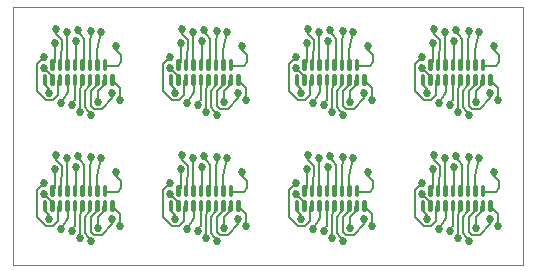
<source format=gtl>
G75*
%MOIN*%
%OFA0B0*%
%FSLAX25Y25*%
%IPPOS*%
%LPD*%
%AMOC8*
5,1,8,0,0,1.08239X$1,22.5*
%
%ADD10C,0.00000*%
%ADD11C,0.01350*%
%ADD12C,0.00600*%
%ADD13C,0.02700*%
D10*
X0001000Y0001000D02*
X0171000Y0001000D01*
X0171000Y0087000D01*
X0001000Y0087000D01*
X0001000Y0001000D01*
D11*
X0011625Y0019175D02*
X0011625Y0021825D01*
X0011775Y0021825D01*
X0011775Y0019175D01*
X0011625Y0019175D01*
X0011625Y0020524D02*
X0011775Y0020524D01*
X0014125Y0021825D02*
X0014125Y0019175D01*
X0014125Y0021825D02*
X0014275Y0021825D01*
X0014275Y0019175D01*
X0014125Y0019175D01*
X0014125Y0020524D02*
X0014275Y0020524D01*
X0016625Y0021825D02*
X0016625Y0019175D01*
X0016625Y0021825D02*
X0016775Y0021825D01*
X0016775Y0019175D01*
X0016625Y0019175D01*
X0016625Y0020524D02*
X0016775Y0020524D01*
X0019125Y0021825D02*
X0019125Y0019175D01*
X0019125Y0021825D02*
X0019275Y0021825D01*
X0019275Y0019175D01*
X0019125Y0019175D01*
X0019125Y0020524D02*
X0019275Y0020524D01*
X0021625Y0021825D02*
X0021625Y0019175D01*
X0021625Y0021825D02*
X0021775Y0021825D01*
X0021775Y0019175D01*
X0021625Y0019175D01*
X0021625Y0020524D02*
X0021775Y0020524D01*
X0024125Y0021825D02*
X0024125Y0019175D01*
X0024125Y0021825D02*
X0024275Y0021825D01*
X0024275Y0019175D01*
X0024125Y0019175D01*
X0024125Y0020524D02*
X0024275Y0020524D01*
X0026625Y0021825D02*
X0026625Y0019175D01*
X0026625Y0021825D02*
X0026775Y0021825D01*
X0026775Y0019175D01*
X0026625Y0019175D01*
X0026625Y0020524D02*
X0026775Y0020524D01*
X0029125Y0021825D02*
X0029125Y0019175D01*
X0029125Y0021825D02*
X0029275Y0021825D01*
X0029275Y0019175D01*
X0029125Y0019175D01*
X0029125Y0020524D02*
X0029275Y0020524D01*
X0031625Y0021825D02*
X0031625Y0019175D01*
X0031625Y0021825D02*
X0031775Y0021825D01*
X0031775Y0019175D01*
X0031625Y0019175D01*
X0031625Y0020524D02*
X0031775Y0020524D01*
X0034125Y0021825D02*
X0034125Y0019175D01*
X0034125Y0021825D02*
X0034275Y0021825D01*
X0034275Y0019175D01*
X0034125Y0019175D01*
X0034125Y0020524D02*
X0034275Y0020524D01*
X0031625Y0024175D02*
X0031625Y0026825D01*
X0031775Y0026825D01*
X0031775Y0024175D01*
X0031625Y0024175D01*
X0031625Y0025524D02*
X0031775Y0025524D01*
X0029125Y0026825D02*
X0029125Y0024175D01*
X0029125Y0026825D02*
X0029275Y0026825D01*
X0029275Y0024175D01*
X0029125Y0024175D01*
X0029125Y0025524D02*
X0029275Y0025524D01*
X0026625Y0026825D02*
X0026625Y0024175D01*
X0026625Y0026825D02*
X0026775Y0026825D01*
X0026775Y0024175D01*
X0026625Y0024175D01*
X0026625Y0025524D02*
X0026775Y0025524D01*
X0024125Y0026825D02*
X0024125Y0024175D01*
X0024125Y0026825D02*
X0024275Y0026825D01*
X0024275Y0024175D01*
X0024125Y0024175D01*
X0024125Y0025524D02*
X0024275Y0025524D01*
X0021625Y0026825D02*
X0021625Y0024175D01*
X0021625Y0026825D02*
X0021775Y0026825D01*
X0021775Y0024175D01*
X0021625Y0024175D01*
X0021625Y0025524D02*
X0021775Y0025524D01*
X0019125Y0026825D02*
X0019125Y0024175D01*
X0019125Y0026825D02*
X0019275Y0026825D01*
X0019275Y0024175D01*
X0019125Y0024175D01*
X0019125Y0025524D02*
X0019275Y0025524D01*
X0016625Y0026825D02*
X0016625Y0024175D01*
X0016625Y0026825D02*
X0016775Y0026825D01*
X0016775Y0024175D01*
X0016625Y0024175D01*
X0016625Y0025524D02*
X0016775Y0025524D01*
X0014125Y0026825D02*
X0014125Y0024175D01*
X0014125Y0026825D02*
X0014275Y0026825D01*
X0014275Y0024175D01*
X0014125Y0024175D01*
X0014125Y0025524D02*
X0014275Y0025524D01*
X0053625Y0021825D02*
X0053625Y0019175D01*
X0053625Y0021825D02*
X0053775Y0021825D01*
X0053775Y0019175D01*
X0053625Y0019175D01*
X0053625Y0020524D02*
X0053775Y0020524D01*
X0056125Y0021825D02*
X0056125Y0019175D01*
X0056125Y0021825D02*
X0056275Y0021825D01*
X0056275Y0019175D01*
X0056125Y0019175D01*
X0056125Y0020524D02*
X0056275Y0020524D01*
X0058625Y0021825D02*
X0058625Y0019175D01*
X0058625Y0021825D02*
X0058775Y0021825D01*
X0058775Y0019175D01*
X0058625Y0019175D01*
X0058625Y0020524D02*
X0058775Y0020524D01*
X0061125Y0021825D02*
X0061125Y0019175D01*
X0061125Y0021825D02*
X0061275Y0021825D01*
X0061275Y0019175D01*
X0061125Y0019175D01*
X0061125Y0020524D02*
X0061275Y0020524D01*
X0063625Y0021825D02*
X0063625Y0019175D01*
X0063625Y0021825D02*
X0063775Y0021825D01*
X0063775Y0019175D01*
X0063625Y0019175D01*
X0063625Y0020524D02*
X0063775Y0020524D01*
X0066125Y0021825D02*
X0066125Y0019175D01*
X0066125Y0021825D02*
X0066275Y0021825D01*
X0066275Y0019175D01*
X0066125Y0019175D01*
X0066125Y0020524D02*
X0066275Y0020524D01*
X0068625Y0021825D02*
X0068625Y0019175D01*
X0068625Y0021825D02*
X0068775Y0021825D01*
X0068775Y0019175D01*
X0068625Y0019175D01*
X0068625Y0020524D02*
X0068775Y0020524D01*
X0071125Y0021825D02*
X0071125Y0019175D01*
X0071125Y0021825D02*
X0071275Y0021825D01*
X0071275Y0019175D01*
X0071125Y0019175D01*
X0071125Y0020524D02*
X0071275Y0020524D01*
X0073625Y0021825D02*
X0073625Y0019175D01*
X0073625Y0021825D02*
X0073775Y0021825D01*
X0073775Y0019175D01*
X0073625Y0019175D01*
X0073625Y0020524D02*
X0073775Y0020524D01*
X0076125Y0021825D02*
X0076125Y0019175D01*
X0076125Y0021825D02*
X0076275Y0021825D01*
X0076275Y0019175D01*
X0076125Y0019175D01*
X0076125Y0020524D02*
X0076275Y0020524D01*
X0073625Y0024175D02*
X0073625Y0026825D01*
X0073775Y0026825D01*
X0073775Y0024175D01*
X0073625Y0024175D01*
X0073625Y0025524D02*
X0073775Y0025524D01*
X0071125Y0026825D02*
X0071125Y0024175D01*
X0071125Y0026825D02*
X0071275Y0026825D01*
X0071275Y0024175D01*
X0071125Y0024175D01*
X0071125Y0025524D02*
X0071275Y0025524D01*
X0068625Y0026825D02*
X0068625Y0024175D01*
X0068625Y0026825D02*
X0068775Y0026825D01*
X0068775Y0024175D01*
X0068625Y0024175D01*
X0068625Y0025524D02*
X0068775Y0025524D01*
X0066125Y0026825D02*
X0066125Y0024175D01*
X0066125Y0026825D02*
X0066275Y0026825D01*
X0066275Y0024175D01*
X0066125Y0024175D01*
X0066125Y0025524D02*
X0066275Y0025524D01*
X0063625Y0026825D02*
X0063625Y0024175D01*
X0063625Y0026825D02*
X0063775Y0026825D01*
X0063775Y0024175D01*
X0063625Y0024175D01*
X0063625Y0025524D02*
X0063775Y0025524D01*
X0061125Y0026825D02*
X0061125Y0024175D01*
X0061125Y0026825D02*
X0061275Y0026825D01*
X0061275Y0024175D01*
X0061125Y0024175D01*
X0061125Y0025524D02*
X0061275Y0025524D01*
X0058625Y0026825D02*
X0058625Y0024175D01*
X0058625Y0026825D02*
X0058775Y0026825D01*
X0058775Y0024175D01*
X0058625Y0024175D01*
X0058625Y0025524D02*
X0058775Y0025524D01*
X0056125Y0026825D02*
X0056125Y0024175D01*
X0056125Y0026825D02*
X0056275Y0026825D01*
X0056275Y0024175D01*
X0056125Y0024175D01*
X0056125Y0025524D02*
X0056275Y0025524D01*
X0095625Y0021825D02*
X0095625Y0019175D01*
X0095625Y0021825D02*
X0095775Y0021825D01*
X0095775Y0019175D01*
X0095625Y0019175D01*
X0095625Y0020524D02*
X0095775Y0020524D01*
X0098125Y0021825D02*
X0098125Y0019175D01*
X0098125Y0021825D02*
X0098275Y0021825D01*
X0098275Y0019175D01*
X0098125Y0019175D01*
X0098125Y0020524D02*
X0098275Y0020524D01*
X0100625Y0021825D02*
X0100625Y0019175D01*
X0100625Y0021825D02*
X0100775Y0021825D01*
X0100775Y0019175D01*
X0100625Y0019175D01*
X0100625Y0020524D02*
X0100775Y0020524D01*
X0103125Y0021825D02*
X0103125Y0019175D01*
X0103125Y0021825D02*
X0103275Y0021825D01*
X0103275Y0019175D01*
X0103125Y0019175D01*
X0103125Y0020524D02*
X0103275Y0020524D01*
X0105625Y0021825D02*
X0105625Y0019175D01*
X0105625Y0021825D02*
X0105775Y0021825D01*
X0105775Y0019175D01*
X0105625Y0019175D01*
X0105625Y0020524D02*
X0105775Y0020524D01*
X0108125Y0021825D02*
X0108125Y0019175D01*
X0108125Y0021825D02*
X0108275Y0021825D01*
X0108275Y0019175D01*
X0108125Y0019175D01*
X0108125Y0020524D02*
X0108275Y0020524D01*
X0110625Y0021825D02*
X0110625Y0019175D01*
X0110625Y0021825D02*
X0110775Y0021825D01*
X0110775Y0019175D01*
X0110625Y0019175D01*
X0110625Y0020524D02*
X0110775Y0020524D01*
X0113125Y0021825D02*
X0113125Y0019175D01*
X0113125Y0021825D02*
X0113275Y0021825D01*
X0113275Y0019175D01*
X0113125Y0019175D01*
X0113125Y0020524D02*
X0113275Y0020524D01*
X0115625Y0021825D02*
X0115625Y0019175D01*
X0115625Y0021825D02*
X0115775Y0021825D01*
X0115775Y0019175D01*
X0115625Y0019175D01*
X0115625Y0020524D02*
X0115775Y0020524D01*
X0118125Y0021825D02*
X0118125Y0019175D01*
X0118125Y0021825D02*
X0118275Y0021825D01*
X0118275Y0019175D01*
X0118125Y0019175D01*
X0118125Y0020524D02*
X0118275Y0020524D01*
X0115625Y0024175D02*
X0115625Y0026825D01*
X0115775Y0026825D01*
X0115775Y0024175D01*
X0115625Y0024175D01*
X0115625Y0025524D02*
X0115775Y0025524D01*
X0113125Y0026825D02*
X0113125Y0024175D01*
X0113125Y0026825D02*
X0113275Y0026825D01*
X0113275Y0024175D01*
X0113125Y0024175D01*
X0113125Y0025524D02*
X0113275Y0025524D01*
X0110625Y0026825D02*
X0110625Y0024175D01*
X0110625Y0026825D02*
X0110775Y0026825D01*
X0110775Y0024175D01*
X0110625Y0024175D01*
X0110625Y0025524D02*
X0110775Y0025524D01*
X0108125Y0026825D02*
X0108125Y0024175D01*
X0108125Y0026825D02*
X0108275Y0026825D01*
X0108275Y0024175D01*
X0108125Y0024175D01*
X0108125Y0025524D02*
X0108275Y0025524D01*
X0105625Y0026825D02*
X0105625Y0024175D01*
X0105625Y0026825D02*
X0105775Y0026825D01*
X0105775Y0024175D01*
X0105625Y0024175D01*
X0105625Y0025524D02*
X0105775Y0025524D01*
X0103125Y0026825D02*
X0103125Y0024175D01*
X0103125Y0026825D02*
X0103275Y0026825D01*
X0103275Y0024175D01*
X0103125Y0024175D01*
X0103125Y0025524D02*
X0103275Y0025524D01*
X0100625Y0026825D02*
X0100625Y0024175D01*
X0100625Y0026825D02*
X0100775Y0026825D01*
X0100775Y0024175D01*
X0100625Y0024175D01*
X0100625Y0025524D02*
X0100775Y0025524D01*
X0098125Y0026825D02*
X0098125Y0024175D01*
X0098125Y0026825D02*
X0098275Y0026825D01*
X0098275Y0024175D01*
X0098125Y0024175D01*
X0098125Y0025524D02*
X0098275Y0025524D01*
X0137625Y0021825D02*
X0137625Y0019175D01*
X0137625Y0021825D02*
X0137775Y0021825D01*
X0137775Y0019175D01*
X0137625Y0019175D01*
X0137625Y0020524D02*
X0137775Y0020524D01*
X0140125Y0021825D02*
X0140125Y0019175D01*
X0140125Y0021825D02*
X0140275Y0021825D01*
X0140275Y0019175D01*
X0140125Y0019175D01*
X0140125Y0020524D02*
X0140275Y0020524D01*
X0142625Y0021825D02*
X0142625Y0019175D01*
X0142625Y0021825D02*
X0142775Y0021825D01*
X0142775Y0019175D01*
X0142625Y0019175D01*
X0142625Y0020524D02*
X0142775Y0020524D01*
X0145125Y0021825D02*
X0145125Y0019175D01*
X0145125Y0021825D02*
X0145275Y0021825D01*
X0145275Y0019175D01*
X0145125Y0019175D01*
X0145125Y0020524D02*
X0145275Y0020524D01*
X0147625Y0021825D02*
X0147625Y0019175D01*
X0147625Y0021825D02*
X0147775Y0021825D01*
X0147775Y0019175D01*
X0147625Y0019175D01*
X0147625Y0020524D02*
X0147775Y0020524D01*
X0150125Y0021825D02*
X0150125Y0019175D01*
X0150125Y0021825D02*
X0150275Y0021825D01*
X0150275Y0019175D01*
X0150125Y0019175D01*
X0150125Y0020524D02*
X0150275Y0020524D01*
X0152625Y0021825D02*
X0152625Y0019175D01*
X0152625Y0021825D02*
X0152775Y0021825D01*
X0152775Y0019175D01*
X0152625Y0019175D01*
X0152625Y0020524D02*
X0152775Y0020524D01*
X0155125Y0021825D02*
X0155125Y0019175D01*
X0155125Y0021825D02*
X0155275Y0021825D01*
X0155275Y0019175D01*
X0155125Y0019175D01*
X0155125Y0020524D02*
X0155275Y0020524D01*
X0157625Y0021825D02*
X0157625Y0019175D01*
X0157625Y0021825D02*
X0157775Y0021825D01*
X0157775Y0019175D01*
X0157625Y0019175D01*
X0157625Y0020524D02*
X0157775Y0020524D01*
X0160125Y0021825D02*
X0160125Y0019175D01*
X0160125Y0021825D02*
X0160275Y0021825D01*
X0160275Y0019175D01*
X0160125Y0019175D01*
X0160125Y0020524D02*
X0160275Y0020524D01*
X0157625Y0024175D02*
X0157625Y0026825D01*
X0157775Y0026825D01*
X0157775Y0024175D01*
X0157625Y0024175D01*
X0157625Y0025524D02*
X0157775Y0025524D01*
X0155125Y0026825D02*
X0155125Y0024175D01*
X0155125Y0026825D02*
X0155275Y0026825D01*
X0155275Y0024175D01*
X0155125Y0024175D01*
X0155125Y0025524D02*
X0155275Y0025524D01*
X0152625Y0026825D02*
X0152625Y0024175D01*
X0152625Y0026825D02*
X0152775Y0026825D01*
X0152775Y0024175D01*
X0152625Y0024175D01*
X0152625Y0025524D02*
X0152775Y0025524D01*
X0150125Y0026825D02*
X0150125Y0024175D01*
X0150125Y0026825D02*
X0150275Y0026825D01*
X0150275Y0024175D01*
X0150125Y0024175D01*
X0150125Y0025524D02*
X0150275Y0025524D01*
X0147625Y0026825D02*
X0147625Y0024175D01*
X0147625Y0026825D02*
X0147775Y0026825D01*
X0147775Y0024175D01*
X0147625Y0024175D01*
X0147625Y0025524D02*
X0147775Y0025524D01*
X0145125Y0026825D02*
X0145125Y0024175D01*
X0145125Y0026825D02*
X0145275Y0026825D01*
X0145275Y0024175D01*
X0145125Y0024175D01*
X0145125Y0025524D02*
X0145275Y0025524D01*
X0142625Y0026825D02*
X0142625Y0024175D01*
X0142625Y0026825D02*
X0142775Y0026825D01*
X0142775Y0024175D01*
X0142625Y0024175D01*
X0142625Y0025524D02*
X0142775Y0025524D01*
X0140125Y0026825D02*
X0140125Y0024175D01*
X0140125Y0026825D02*
X0140275Y0026825D01*
X0140275Y0024175D01*
X0140125Y0024175D01*
X0140125Y0025524D02*
X0140275Y0025524D01*
X0140125Y0061175D02*
X0140125Y0063825D01*
X0140275Y0063825D01*
X0140275Y0061175D01*
X0140125Y0061175D01*
X0140125Y0062524D02*
X0140275Y0062524D01*
X0142625Y0063825D02*
X0142625Y0061175D01*
X0142625Y0063825D02*
X0142775Y0063825D01*
X0142775Y0061175D01*
X0142625Y0061175D01*
X0142625Y0062524D02*
X0142775Y0062524D01*
X0145125Y0063825D02*
X0145125Y0061175D01*
X0145125Y0063825D02*
X0145275Y0063825D01*
X0145275Y0061175D01*
X0145125Y0061175D01*
X0145125Y0062524D02*
X0145275Y0062524D01*
X0147625Y0063825D02*
X0147625Y0061175D01*
X0147625Y0063825D02*
X0147775Y0063825D01*
X0147775Y0061175D01*
X0147625Y0061175D01*
X0147625Y0062524D02*
X0147775Y0062524D01*
X0150125Y0063825D02*
X0150125Y0061175D01*
X0150125Y0063825D02*
X0150275Y0063825D01*
X0150275Y0061175D01*
X0150125Y0061175D01*
X0150125Y0062524D02*
X0150275Y0062524D01*
X0152625Y0063825D02*
X0152625Y0061175D01*
X0152625Y0063825D02*
X0152775Y0063825D01*
X0152775Y0061175D01*
X0152625Y0061175D01*
X0152625Y0062524D02*
X0152775Y0062524D01*
X0155125Y0063825D02*
X0155125Y0061175D01*
X0155125Y0063825D02*
X0155275Y0063825D01*
X0155275Y0061175D01*
X0155125Y0061175D01*
X0155125Y0062524D02*
X0155275Y0062524D01*
X0157625Y0063825D02*
X0157625Y0061175D01*
X0157625Y0063825D02*
X0157775Y0063825D01*
X0157775Y0061175D01*
X0157625Y0061175D01*
X0157625Y0062524D02*
X0157775Y0062524D01*
X0160125Y0063825D02*
X0160125Y0061175D01*
X0160125Y0063825D02*
X0160275Y0063825D01*
X0160275Y0061175D01*
X0160125Y0061175D01*
X0160125Y0062524D02*
X0160275Y0062524D01*
X0157625Y0066175D02*
X0157625Y0068825D01*
X0157775Y0068825D01*
X0157775Y0066175D01*
X0157625Y0066175D01*
X0157625Y0067524D02*
X0157775Y0067524D01*
X0155125Y0068825D02*
X0155125Y0066175D01*
X0155125Y0068825D02*
X0155275Y0068825D01*
X0155275Y0066175D01*
X0155125Y0066175D01*
X0155125Y0067524D02*
X0155275Y0067524D01*
X0152625Y0068825D02*
X0152625Y0066175D01*
X0152625Y0068825D02*
X0152775Y0068825D01*
X0152775Y0066175D01*
X0152625Y0066175D01*
X0152625Y0067524D02*
X0152775Y0067524D01*
X0150125Y0068825D02*
X0150125Y0066175D01*
X0150125Y0068825D02*
X0150275Y0068825D01*
X0150275Y0066175D01*
X0150125Y0066175D01*
X0150125Y0067524D02*
X0150275Y0067524D01*
X0147625Y0068825D02*
X0147625Y0066175D01*
X0147625Y0068825D02*
X0147775Y0068825D01*
X0147775Y0066175D01*
X0147625Y0066175D01*
X0147625Y0067524D02*
X0147775Y0067524D01*
X0145125Y0068825D02*
X0145125Y0066175D01*
X0145125Y0068825D02*
X0145275Y0068825D01*
X0145275Y0066175D01*
X0145125Y0066175D01*
X0145125Y0067524D02*
X0145275Y0067524D01*
X0142625Y0068825D02*
X0142625Y0066175D01*
X0142625Y0068825D02*
X0142775Y0068825D01*
X0142775Y0066175D01*
X0142625Y0066175D01*
X0142625Y0067524D02*
X0142775Y0067524D01*
X0140125Y0068825D02*
X0140125Y0066175D01*
X0140125Y0068825D02*
X0140275Y0068825D01*
X0140275Y0066175D01*
X0140125Y0066175D01*
X0140125Y0067524D02*
X0140275Y0067524D01*
X0137625Y0063825D02*
X0137625Y0061175D01*
X0137625Y0063825D02*
X0137775Y0063825D01*
X0137775Y0061175D01*
X0137625Y0061175D01*
X0137625Y0062524D02*
X0137775Y0062524D01*
X0118125Y0063825D02*
X0118125Y0061175D01*
X0118125Y0063825D02*
X0118275Y0063825D01*
X0118275Y0061175D01*
X0118125Y0061175D01*
X0118125Y0062524D02*
X0118275Y0062524D01*
X0115625Y0063825D02*
X0115625Y0061175D01*
X0115625Y0063825D02*
X0115775Y0063825D01*
X0115775Y0061175D01*
X0115625Y0061175D01*
X0115625Y0062524D02*
X0115775Y0062524D01*
X0113125Y0063825D02*
X0113125Y0061175D01*
X0113125Y0063825D02*
X0113275Y0063825D01*
X0113275Y0061175D01*
X0113125Y0061175D01*
X0113125Y0062524D02*
X0113275Y0062524D01*
X0110625Y0063825D02*
X0110625Y0061175D01*
X0110625Y0063825D02*
X0110775Y0063825D01*
X0110775Y0061175D01*
X0110625Y0061175D01*
X0110625Y0062524D02*
X0110775Y0062524D01*
X0108125Y0063825D02*
X0108125Y0061175D01*
X0108125Y0063825D02*
X0108275Y0063825D01*
X0108275Y0061175D01*
X0108125Y0061175D01*
X0108125Y0062524D02*
X0108275Y0062524D01*
X0105625Y0063825D02*
X0105625Y0061175D01*
X0105625Y0063825D02*
X0105775Y0063825D01*
X0105775Y0061175D01*
X0105625Y0061175D01*
X0105625Y0062524D02*
X0105775Y0062524D01*
X0103125Y0063825D02*
X0103125Y0061175D01*
X0103125Y0063825D02*
X0103275Y0063825D01*
X0103275Y0061175D01*
X0103125Y0061175D01*
X0103125Y0062524D02*
X0103275Y0062524D01*
X0100625Y0063825D02*
X0100625Y0061175D01*
X0100625Y0063825D02*
X0100775Y0063825D01*
X0100775Y0061175D01*
X0100625Y0061175D01*
X0100625Y0062524D02*
X0100775Y0062524D01*
X0098125Y0063825D02*
X0098125Y0061175D01*
X0098125Y0063825D02*
X0098275Y0063825D01*
X0098275Y0061175D01*
X0098125Y0061175D01*
X0098125Y0062524D02*
X0098275Y0062524D01*
X0095625Y0063825D02*
X0095625Y0061175D01*
X0095625Y0063825D02*
X0095775Y0063825D01*
X0095775Y0061175D01*
X0095625Y0061175D01*
X0095625Y0062524D02*
X0095775Y0062524D01*
X0098125Y0066175D02*
X0098125Y0068825D01*
X0098275Y0068825D01*
X0098275Y0066175D01*
X0098125Y0066175D01*
X0098125Y0067524D02*
X0098275Y0067524D01*
X0100625Y0068825D02*
X0100625Y0066175D01*
X0100625Y0068825D02*
X0100775Y0068825D01*
X0100775Y0066175D01*
X0100625Y0066175D01*
X0100625Y0067524D02*
X0100775Y0067524D01*
X0103125Y0068825D02*
X0103125Y0066175D01*
X0103125Y0068825D02*
X0103275Y0068825D01*
X0103275Y0066175D01*
X0103125Y0066175D01*
X0103125Y0067524D02*
X0103275Y0067524D01*
X0105625Y0068825D02*
X0105625Y0066175D01*
X0105625Y0068825D02*
X0105775Y0068825D01*
X0105775Y0066175D01*
X0105625Y0066175D01*
X0105625Y0067524D02*
X0105775Y0067524D01*
X0108125Y0068825D02*
X0108125Y0066175D01*
X0108125Y0068825D02*
X0108275Y0068825D01*
X0108275Y0066175D01*
X0108125Y0066175D01*
X0108125Y0067524D02*
X0108275Y0067524D01*
X0110625Y0068825D02*
X0110625Y0066175D01*
X0110625Y0068825D02*
X0110775Y0068825D01*
X0110775Y0066175D01*
X0110625Y0066175D01*
X0110625Y0067524D02*
X0110775Y0067524D01*
X0113125Y0068825D02*
X0113125Y0066175D01*
X0113125Y0068825D02*
X0113275Y0068825D01*
X0113275Y0066175D01*
X0113125Y0066175D01*
X0113125Y0067524D02*
X0113275Y0067524D01*
X0115625Y0068825D02*
X0115625Y0066175D01*
X0115625Y0068825D02*
X0115775Y0068825D01*
X0115775Y0066175D01*
X0115625Y0066175D01*
X0115625Y0067524D02*
X0115775Y0067524D01*
X0076125Y0063825D02*
X0076125Y0061175D01*
X0076125Y0063825D02*
X0076275Y0063825D01*
X0076275Y0061175D01*
X0076125Y0061175D01*
X0076125Y0062524D02*
X0076275Y0062524D01*
X0073625Y0063825D02*
X0073625Y0061175D01*
X0073625Y0063825D02*
X0073775Y0063825D01*
X0073775Y0061175D01*
X0073625Y0061175D01*
X0073625Y0062524D02*
X0073775Y0062524D01*
X0071125Y0063825D02*
X0071125Y0061175D01*
X0071125Y0063825D02*
X0071275Y0063825D01*
X0071275Y0061175D01*
X0071125Y0061175D01*
X0071125Y0062524D02*
X0071275Y0062524D01*
X0068625Y0063825D02*
X0068625Y0061175D01*
X0068625Y0063825D02*
X0068775Y0063825D01*
X0068775Y0061175D01*
X0068625Y0061175D01*
X0068625Y0062524D02*
X0068775Y0062524D01*
X0066125Y0063825D02*
X0066125Y0061175D01*
X0066125Y0063825D02*
X0066275Y0063825D01*
X0066275Y0061175D01*
X0066125Y0061175D01*
X0066125Y0062524D02*
X0066275Y0062524D01*
X0063625Y0063825D02*
X0063625Y0061175D01*
X0063625Y0063825D02*
X0063775Y0063825D01*
X0063775Y0061175D01*
X0063625Y0061175D01*
X0063625Y0062524D02*
X0063775Y0062524D01*
X0061125Y0063825D02*
X0061125Y0061175D01*
X0061125Y0063825D02*
X0061275Y0063825D01*
X0061275Y0061175D01*
X0061125Y0061175D01*
X0061125Y0062524D02*
X0061275Y0062524D01*
X0058625Y0063825D02*
X0058625Y0061175D01*
X0058625Y0063825D02*
X0058775Y0063825D01*
X0058775Y0061175D01*
X0058625Y0061175D01*
X0058625Y0062524D02*
X0058775Y0062524D01*
X0056125Y0063825D02*
X0056125Y0061175D01*
X0056125Y0063825D02*
X0056275Y0063825D01*
X0056275Y0061175D01*
X0056125Y0061175D01*
X0056125Y0062524D02*
X0056275Y0062524D01*
X0053625Y0063825D02*
X0053625Y0061175D01*
X0053625Y0063825D02*
X0053775Y0063825D01*
X0053775Y0061175D01*
X0053625Y0061175D01*
X0053625Y0062524D02*
X0053775Y0062524D01*
X0056125Y0066175D02*
X0056125Y0068825D01*
X0056275Y0068825D01*
X0056275Y0066175D01*
X0056125Y0066175D01*
X0056125Y0067524D02*
X0056275Y0067524D01*
X0058625Y0068825D02*
X0058625Y0066175D01*
X0058625Y0068825D02*
X0058775Y0068825D01*
X0058775Y0066175D01*
X0058625Y0066175D01*
X0058625Y0067524D02*
X0058775Y0067524D01*
X0061125Y0068825D02*
X0061125Y0066175D01*
X0061125Y0068825D02*
X0061275Y0068825D01*
X0061275Y0066175D01*
X0061125Y0066175D01*
X0061125Y0067524D02*
X0061275Y0067524D01*
X0063625Y0068825D02*
X0063625Y0066175D01*
X0063625Y0068825D02*
X0063775Y0068825D01*
X0063775Y0066175D01*
X0063625Y0066175D01*
X0063625Y0067524D02*
X0063775Y0067524D01*
X0066125Y0068825D02*
X0066125Y0066175D01*
X0066125Y0068825D02*
X0066275Y0068825D01*
X0066275Y0066175D01*
X0066125Y0066175D01*
X0066125Y0067524D02*
X0066275Y0067524D01*
X0068625Y0068825D02*
X0068625Y0066175D01*
X0068625Y0068825D02*
X0068775Y0068825D01*
X0068775Y0066175D01*
X0068625Y0066175D01*
X0068625Y0067524D02*
X0068775Y0067524D01*
X0071125Y0068825D02*
X0071125Y0066175D01*
X0071125Y0068825D02*
X0071275Y0068825D01*
X0071275Y0066175D01*
X0071125Y0066175D01*
X0071125Y0067524D02*
X0071275Y0067524D01*
X0073625Y0068825D02*
X0073625Y0066175D01*
X0073625Y0068825D02*
X0073775Y0068825D01*
X0073775Y0066175D01*
X0073625Y0066175D01*
X0073625Y0067524D02*
X0073775Y0067524D01*
X0034125Y0063825D02*
X0034125Y0061175D01*
X0034125Y0063825D02*
X0034275Y0063825D01*
X0034275Y0061175D01*
X0034125Y0061175D01*
X0034125Y0062524D02*
X0034275Y0062524D01*
X0031625Y0063825D02*
X0031625Y0061175D01*
X0031625Y0063825D02*
X0031775Y0063825D01*
X0031775Y0061175D01*
X0031625Y0061175D01*
X0031625Y0062524D02*
X0031775Y0062524D01*
X0029125Y0063825D02*
X0029125Y0061175D01*
X0029125Y0063825D02*
X0029275Y0063825D01*
X0029275Y0061175D01*
X0029125Y0061175D01*
X0029125Y0062524D02*
X0029275Y0062524D01*
X0026625Y0063825D02*
X0026625Y0061175D01*
X0026625Y0063825D02*
X0026775Y0063825D01*
X0026775Y0061175D01*
X0026625Y0061175D01*
X0026625Y0062524D02*
X0026775Y0062524D01*
X0024125Y0063825D02*
X0024125Y0061175D01*
X0024125Y0063825D02*
X0024275Y0063825D01*
X0024275Y0061175D01*
X0024125Y0061175D01*
X0024125Y0062524D02*
X0024275Y0062524D01*
X0021625Y0063825D02*
X0021625Y0061175D01*
X0021625Y0063825D02*
X0021775Y0063825D01*
X0021775Y0061175D01*
X0021625Y0061175D01*
X0021625Y0062524D02*
X0021775Y0062524D01*
X0019125Y0063825D02*
X0019125Y0061175D01*
X0019125Y0063825D02*
X0019275Y0063825D01*
X0019275Y0061175D01*
X0019125Y0061175D01*
X0019125Y0062524D02*
X0019275Y0062524D01*
X0016625Y0063825D02*
X0016625Y0061175D01*
X0016625Y0063825D02*
X0016775Y0063825D01*
X0016775Y0061175D01*
X0016625Y0061175D01*
X0016625Y0062524D02*
X0016775Y0062524D01*
X0014125Y0063825D02*
X0014125Y0061175D01*
X0014125Y0063825D02*
X0014275Y0063825D01*
X0014275Y0061175D01*
X0014125Y0061175D01*
X0014125Y0062524D02*
X0014275Y0062524D01*
X0011625Y0063825D02*
X0011625Y0061175D01*
X0011625Y0063825D02*
X0011775Y0063825D01*
X0011775Y0061175D01*
X0011625Y0061175D01*
X0011625Y0062524D02*
X0011775Y0062524D01*
X0014125Y0066175D02*
X0014125Y0068825D01*
X0014275Y0068825D01*
X0014275Y0066175D01*
X0014125Y0066175D01*
X0014125Y0067524D02*
X0014275Y0067524D01*
X0016625Y0068825D02*
X0016625Y0066175D01*
X0016625Y0068825D02*
X0016775Y0068825D01*
X0016775Y0066175D01*
X0016625Y0066175D01*
X0016625Y0067524D02*
X0016775Y0067524D01*
X0019125Y0068825D02*
X0019125Y0066175D01*
X0019125Y0068825D02*
X0019275Y0068825D01*
X0019275Y0066175D01*
X0019125Y0066175D01*
X0019125Y0067524D02*
X0019275Y0067524D01*
X0021625Y0068825D02*
X0021625Y0066175D01*
X0021625Y0068825D02*
X0021775Y0068825D01*
X0021775Y0066175D01*
X0021625Y0066175D01*
X0021625Y0067524D02*
X0021775Y0067524D01*
X0024125Y0068825D02*
X0024125Y0066175D01*
X0024125Y0068825D02*
X0024275Y0068825D01*
X0024275Y0066175D01*
X0024125Y0066175D01*
X0024125Y0067524D02*
X0024275Y0067524D01*
X0026625Y0068825D02*
X0026625Y0066175D01*
X0026625Y0068825D02*
X0026775Y0068825D01*
X0026775Y0066175D01*
X0026625Y0066175D01*
X0026625Y0067524D02*
X0026775Y0067524D01*
X0029125Y0068825D02*
X0029125Y0066175D01*
X0029125Y0068825D02*
X0029275Y0068825D01*
X0029275Y0066175D01*
X0029125Y0066175D01*
X0029125Y0067524D02*
X0029275Y0067524D01*
X0031625Y0068825D02*
X0031625Y0066175D01*
X0031625Y0068825D02*
X0031775Y0068825D01*
X0031775Y0066175D01*
X0031625Y0066175D01*
X0031625Y0067524D02*
X0031775Y0067524D01*
D12*
X0031700Y0067500D02*
X0031800Y0067200D01*
X0036000Y0067200D01*
X0037200Y0068400D01*
X0037200Y0070800D01*
X0035400Y0072600D01*
X0035400Y0073800D01*
X0029200Y0072400D02*
X0029200Y0069600D01*
X0028800Y0067800D01*
X0029200Y0067500D01*
X0026700Y0067500D02*
X0026700Y0074000D01*
X0027000Y0079000D01*
X0030500Y0078500D02*
X0029200Y0072400D01*
X0024600Y0076200D02*
X0024600Y0067800D01*
X0024200Y0067500D01*
X0022200Y0067800D02*
X0021700Y0067500D01*
X0022200Y0067800D02*
X0022200Y0075500D01*
X0023800Y0077400D02*
X0024600Y0076200D01*
X0023800Y0077400D02*
X0023200Y0078400D01*
X0022800Y0079300D01*
X0022800Y0079100D01*
X0019100Y0078500D02*
X0019100Y0068400D01*
X0019200Y0067800D01*
X0019200Y0067500D01*
X0017000Y0067800D02*
X0016700Y0067500D01*
X0017000Y0067800D02*
X0017000Y0072000D01*
X0017500Y0072500D01*
X0017500Y0076000D01*
X0015500Y0078000D01*
X0015500Y0079500D01*
X0015000Y0075000D02*
X0015000Y0068400D01*
X0014400Y0067800D01*
X0014200Y0067500D01*
X0011400Y0066600D02*
X0013800Y0064200D01*
X0013800Y0063000D01*
X0014200Y0062500D01*
X0016200Y0062400D02*
X0016700Y0062500D01*
X0016200Y0062400D02*
X0016200Y0057600D01*
X0014400Y0055800D01*
X0012000Y0055800D01*
X0009000Y0058800D01*
X0009000Y0067800D01*
X0011400Y0070200D01*
X0011700Y0062500D02*
X0012000Y0062400D01*
X0012000Y0060600D01*
X0013200Y0059400D01*
X0013200Y0058200D01*
X0017000Y0054700D02*
X0017100Y0054700D01*
X0017000Y0054700D02*
X0019300Y0058500D01*
X0019300Y0061800D01*
X0019200Y0062400D01*
X0019200Y0062500D01*
X0021700Y0062500D02*
X0021700Y0056000D01*
X0021500Y0055700D01*
X0020700Y0054200D01*
X0023300Y0052000D02*
X0023300Y0058800D01*
X0024200Y0062500D01*
X0026400Y0062400D02*
X0026700Y0062500D01*
X0026400Y0062400D02*
X0026400Y0060600D01*
X0025100Y0058800D01*
X0025100Y0053500D01*
X0027000Y0050800D01*
X0027100Y0050800D01*
X0028200Y0052800D02*
X0027000Y0054000D01*
X0027000Y0058800D01*
X0028800Y0060600D01*
X0028800Y0062400D01*
X0029200Y0062500D01*
X0031200Y0062400D02*
X0031700Y0062500D01*
X0031200Y0062400D02*
X0031200Y0060600D01*
X0029400Y0058800D01*
X0029400Y0055200D01*
X0028200Y0052800D02*
X0030600Y0052800D01*
X0034200Y0056400D01*
X0034200Y0058200D01*
X0036600Y0060000D02*
X0034200Y0062400D01*
X0034200Y0062500D01*
X0036600Y0060000D02*
X0036600Y0055800D01*
X0051000Y0058800D02*
X0054000Y0055800D01*
X0056400Y0055800D01*
X0058200Y0057600D01*
X0058200Y0062400D01*
X0058700Y0062500D01*
X0061200Y0062500D02*
X0061200Y0062400D01*
X0061300Y0061800D01*
X0061300Y0058500D01*
X0059000Y0054700D01*
X0059100Y0054700D01*
X0062700Y0054200D02*
X0063500Y0055700D01*
X0063700Y0056000D01*
X0063700Y0062500D01*
X0066200Y0062500D02*
X0065300Y0058800D01*
X0065300Y0052000D01*
X0067100Y0053500D02*
X0069000Y0050800D01*
X0069100Y0050800D01*
X0070200Y0052800D02*
X0069000Y0054000D01*
X0069000Y0058800D01*
X0070800Y0060600D01*
X0070800Y0062400D01*
X0071200Y0062500D01*
X0073200Y0062400D02*
X0073700Y0062500D01*
X0073200Y0062400D02*
X0073200Y0060600D01*
X0071400Y0058800D01*
X0071400Y0055200D01*
X0070200Y0052800D02*
X0072600Y0052800D01*
X0076200Y0056400D01*
X0076200Y0058200D01*
X0078600Y0060000D02*
X0076200Y0062400D01*
X0076200Y0062500D01*
X0078600Y0060000D02*
X0078600Y0055800D01*
X0068400Y0060600D02*
X0067100Y0058800D01*
X0067100Y0053500D01*
X0055200Y0058200D02*
X0055200Y0059400D01*
X0054000Y0060600D01*
X0054000Y0062400D01*
X0053700Y0062500D01*
X0055800Y0063000D02*
X0055800Y0064200D01*
X0053400Y0066600D01*
X0056200Y0067500D02*
X0056400Y0067800D01*
X0057000Y0068400D01*
X0057000Y0075000D01*
X0059500Y0076000D02*
X0057500Y0078000D01*
X0057500Y0079500D01*
X0061100Y0078500D02*
X0061100Y0068400D01*
X0061200Y0067800D01*
X0061200Y0067500D01*
X0059000Y0067800D02*
X0059000Y0072000D01*
X0059500Y0072500D01*
X0059500Y0076000D01*
X0064200Y0075500D02*
X0064200Y0067800D01*
X0063700Y0067500D01*
X0066200Y0067500D02*
X0066600Y0067800D01*
X0066600Y0076200D01*
X0065800Y0077400D01*
X0065200Y0078400D01*
X0064800Y0079300D01*
X0064800Y0079100D01*
X0069000Y0079000D02*
X0068700Y0074000D01*
X0068700Y0067500D01*
X0070800Y0067800D02*
X0071200Y0067500D01*
X0070800Y0067800D02*
X0071200Y0069600D01*
X0071200Y0072400D01*
X0072500Y0078500D01*
X0077400Y0073800D02*
X0077400Y0072600D01*
X0079200Y0070800D01*
X0079200Y0068400D01*
X0078000Y0067200D01*
X0073800Y0067200D01*
X0073700Y0067500D01*
X0068700Y0062500D02*
X0068400Y0062400D01*
X0068400Y0060600D01*
X0056200Y0062500D02*
X0055800Y0063000D01*
X0058700Y0067500D02*
X0059000Y0067800D01*
X0053400Y0070200D02*
X0051000Y0067800D01*
X0051000Y0058800D01*
X0057500Y0037500D02*
X0057500Y0036000D01*
X0059500Y0034000D01*
X0059500Y0030500D01*
X0059000Y0030000D01*
X0059000Y0025800D01*
X0058700Y0025500D01*
X0061200Y0025500D02*
X0061200Y0025800D01*
X0061100Y0026400D01*
X0061100Y0036500D01*
X0064800Y0037100D02*
X0064800Y0037300D01*
X0065200Y0036400D01*
X0065800Y0035400D01*
X0066600Y0034200D01*
X0066600Y0025800D01*
X0066200Y0025500D01*
X0064200Y0025800D02*
X0063700Y0025500D01*
X0064200Y0025800D02*
X0064200Y0033500D01*
X0068700Y0032000D02*
X0069000Y0037000D01*
X0072500Y0036500D02*
X0071200Y0030400D01*
X0071200Y0027600D01*
X0070800Y0025800D01*
X0071200Y0025500D01*
X0073700Y0025500D02*
X0073800Y0025200D01*
X0078000Y0025200D01*
X0079200Y0026400D01*
X0079200Y0028800D01*
X0077400Y0030600D01*
X0077400Y0031800D01*
X0068700Y0032000D02*
X0068700Y0025500D01*
X0068700Y0020500D02*
X0068400Y0020400D01*
X0068400Y0018600D01*
X0067100Y0016800D01*
X0067100Y0011500D01*
X0069000Y0008800D01*
X0069100Y0008800D01*
X0070200Y0010800D02*
X0069000Y0012000D01*
X0069000Y0016800D01*
X0070800Y0018600D01*
X0070800Y0020400D01*
X0071200Y0020500D01*
X0073200Y0020400D02*
X0073700Y0020500D01*
X0073200Y0020400D02*
X0073200Y0018600D01*
X0071400Y0016800D01*
X0071400Y0013200D01*
X0070200Y0010800D02*
X0072600Y0010800D01*
X0076200Y0014400D01*
X0076200Y0016200D01*
X0078600Y0018000D02*
X0076200Y0020400D01*
X0076200Y0020500D01*
X0078600Y0018000D02*
X0078600Y0013800D01*
X0065300Y0016800D02*
X0066200Y0020500D01*
X0063700Y0020500D02*
X0063700Y0014000D01*
X0063500Y0013700D01*
X0062700Y0012200D01*
X0065300Y0010000D02*
X0065300Y0016800D01*
X0061300Y0016500D02*
X0059000Y0012700D01*
X0059100Y0012700D01*
X0056400Y0013800D02*
X0058200Y0015600D01*
X0058200Y0020400D01*
X0058700Y0020500D01*
X0061200Y0020500D02*
X0061200Y0020400D01*
X0061300Y0019800D01*
X0061300Y0016500D01*
X0056400Y0013800D02*
X0054000Y0013800D01*
X0051000Y0016800D01*
X0051000Y0025800D01*
X0053400Y0028200D01*
X0056400Y0025800D02*
X0057000Y0026400D01*
X0057000Y0033000D01*
X0056400Y0025800D02*
X0056200Y0025500D01*
X0053400Y0024600D02*
X0055800Y0022200D01*
X0055800Y0021000D01*
X0056200Y0020500D01*
X0054000Y0020400D02*
X0053700Y0020500D01*
X0054000Y0020400D02*
X0054000Y0018600D01*
X0055200Y0017400D01*
X0055200Y0016200D01*
X0036600Y0018000D02*
X0036600Y0013800D01*
X0034200Y0014400D02*
X0030600Y0010800D01*
X0028200Y0010800D01*
X0027000Y0012000D01*
X0027000Y0016800D01*
X0028800Y0018600D01*
X0028800Y0020400D01*
X0029200Y0020500D01*
X0026700Y0020500D02*
X0026400Y0020400D01*
X0026400Y0018600D01*
X0025100Y0016800D01*
X0025100Y0011500D01*
X0027000Y0008800D01*
X0027100Y0008800D01*
X0023300Y0010000D02*
X0023300Y0016800D01*
X0024200Y0020500D01*
X0021700Y0020500D02*
X0021700Y0014000D01*
X0021500Y0013700D01*
X0020700Y0012200D01*
X0017100Y0012700D02*
X0017000Y0012700D01*
X0019300Y0016500D01*
X0019300Y0019800D01*
X0019200Y0020400D01*
X0019200Y0020500D01*
X0016700Y0020500D02*
X0016200Y0020400D01*
X0016200Y0015600D01*
X0014400Y0013800D01*
X0012000Y0013800D01*
X0009000Y0016800D01*
X0009000Y0025800D01*
X0011400Y0028200D01*
X0014400Y0025800D02*
X0015000Y0026400D01*
X0015000Y0033000D01*
X0017500Y0034000D02*
X0015500Y0036000D01*
X0015500Y0037500D01*
X0019100Y0036500D02*
X0019100Y0026400D01*
X0019200Y0025800D01*
X0019200Y0025500D01*
X0021700Y0025500D02*
X0022200Y0025800D01*
X0022200Y0033500D01*
X0023800Y0035400D02*
X0024600Y0034200D01*
X0024600Y0025800D01*
X0024200Y0025500D01*
X0026700Y0025500D02*
X0026700Y0032000D01*
X0027000Y0037000D01*
X0030500Y0036500D02*
X0029200Y0030400D01*
X0029200Y0027600D01*
X0028800Y0025800D01*
X0029200Y0025500D01*
X0031700Y0025500D02*
X0031800Y0025200D01*
X0036000Y0025200D01*
X0037200Y0026400D01*
X0037200Y0028800D01*
X0035400Y0030600D01*
X0035400Y0031800D01*
X0023800Y0035400D02*
X0023200Y0036400D01*
X0022800Y0037300D01*
X0022800Y0037100D01*
X0017500Y0034000D02*
X0017500Y0030500D01*
X0017000Y0030000D01*
X0017000Y0025800D01*
X0016700Y0025500D01*
X0014400Y0025800D02*
X0014200Y0025500D01*
X0011400Y0024600D02*
X0013800Y0022200D01*
X0013800Y0021000D01*
X0014200Y0020500D01*
X0012000Y0020400D02*
X0012000Y0018600D01*
X0013200Y0017400D01*
X0013200Y0016200D01*
X0012000Y0020400D02*
X0011700Y0020500D01*
X0029400Y0016800D02*
X0029400Y0013200D01*
X0034200Y0014400D02*
X0034200Y0016200D01*
X0036600Y0018000D02*
X0034200Y0020400D01*
X0034200Y0020500D01*
X0031700Y0020500D02*
X0031200Y0020400D01*
X0031200Y0018600D01*
X0029400Y0016800D01*
X0093000Y0016800D02*
X0096000Y0013800D01*
X0098400Y0013800D01*
X0100200Y0015600D01*
X0100200Y0020400D01*
X0100700Y0020500D01*
X0098200Y0020500D02*
X0097800Y0021000D01*
X0097800Y0022200D01*
X0095400Y0024600D01*
X0093000Y0025800D02*
X0093000Y0016800D01*
X0096000Y0018600D02*
X0096000Y0020400D01*
X0095700Y0020500D01*
X0096000Y0018600D02*
X0097200Y0017400D01*
X0097200Y0016200D01*
X0101000Y0012700D02*
X0101100Y0012700D01*
X0101000Y0012700D02*
X0103300Y0016500D01*
X0103300Y0019800D01*
X0103200Y0020400D01*
X0103200Y0020500D01*
X0105700Y0020500D02*
X0105700Y0014000D01*
X0105500Y0013700D01*
X0104700Y0012200D01*
X0107300Y0010000D02*
X0107300Y0016800D01*
X0108200Y0020500D01*
X0110400Y0020400D02*
X0110400Y0018600D01*
X0109100Y0016800D01*
X0109100Y0011500D01*
X0111000Y0008800D01*
X0111100Y0008800D01*
X0112200Y0010800D02*
X0111000Y0012000D01*
X0111000Y0016800D01*
X0112800Y0018600D01*
X0112800Y0020400D01*
X0113200Y0020500D01*
X0115200Y0020400D02*
X0115700Y0020500D01*
X0115200Y0020400D02*
X0115200Y0018600D01*
X0113400Y0016800D01*
X0113400Y0013200D01*
X0112200Y0010800D02*
X0114600Y0010800D01*
X0118200Y0014400D01*
X0118200Y0016200D01*
X0120600Y0018000D02*
X0118200Y0020400D01*
X0118200Y0020500D01*
X0120600Y0018000D02*
X0120600Y0013800D01*
X0110700Y0020500D02*
X0110400Y0020400D01*
X0110700Y0025500D02*
X0110700Y0032000D01*
X0111000Y0037000D01*
X0114500Y0036500D02*
X0113200Y0030400D01*
X0113200Y0027600D01*
X0112800Y0025800D01*
X0113200Y0025500D01*
X0115700Y0025500D02*
X0115800Y0025200D01*
X0120000Y0025200D01*
X0121200Y0026400D01*
X0121200Y0028800D01*
X0119400Y0030600D01*
X0119400Y0031800D01*
X0108600Y0034200D02*
X0108600Y0025800D01*
X0108200Y0025500D01*
X0106200Y0025800D02*
X0105700Y0025500D01*
X0106200Y0025800D02*
X0106200Y0033500D01*
X0107800Y0035400D02*
X0108600Y0034200D01*
X0107800Y0035400D02*
X0107200Y0036400D01*
X0106800Y0037300D01*
X0106800Y0037100D01*
X0103100Y0036500D02*
X0103100Y0026400D01*
X0103200Y0025800D01*
X0103200Y0025500D01*
X0101000Y0025800D02*
X0100700Y0025500D01*
X0101000Y0025800D02*
X0101000Y0030000D01*
X0101500Y0030500D01*
X0101500Y0034000D01*
X0099500Y0036000D01*
X0099500Y0037500D01*
X0099000Y0033000D02*
X0099000Y0026400D01*
X0098400Y0025800D01*
X0098200Y0025500D01*
X0095400Y0028200D02*
X0093000Y0025800D01*
X0135000Y0025800D02*
X0135000Y0016800D01*
X0138000Y0013800D01*
X0140400Y0013800D01*
X0142200Y0015600D01*
X0142200Y0020400D01*
X0142700Y0020500D01*
X0140200Y0020500D02*
X0139800Y0021000D01*
X0139800Y0022200D01*
X0137400Y0024600D01*
X0135000Y0025800D02*
X0137400Y0028200D01*
X0140400Y0025800D02*
X0141000Y0026400D01*
X0141000Y0033000D01*
X0143500Y0034000D02*
X0141500Y0036000D01*
X0141500Y0037500D01*
X0145100Y0036500D02*
X0145100Y0026400D01*
X0145200Y0025800D01*
X0145200Y0025500D01*
X0143000Y0025800D02*
X0143000Y0030000D01*
X0143500Y0030500D01*
X0143500Y0034000D01*
X0148200Y0033500D02*
X0148200Y0025800D01*
X0147700Y0025500D01*
X0150200Y0025500D02*
X0150600Y0025800D01*
X0150600Y0034200D01*
X0149800Y0035400D01*
X0149200Y0036400D01*
X0148800Y0037300D01*
X0148800Y0037100D01*
X0153000Y0037000D02*
X0152700Y0032000D01*
X0152700Y0025500D01*
X0154800Y0025800D02*
X0155200Y0025500D01*
X0154800Y0025800D02*
X0155200Y0027600D01*
X0155200Y0030400D01*
X0156500Y0036500D01*
X0161400Y0031800D02*
X0161400Y0030600D01*
X0163200Y0028800D01*
X0163200Y0026400D01*
X0162000Y0025200D01*
X0157800Y0025200D01*
X0157700Y0025500D01*
X0157700Y0020500D02*
X0157200Y0020400D01*
X0157200Y0018600D01*
X0155400Y0016800D01*
X0155400Y0013200D01*
X0153000Y0012000D02*
X0153000Y0016800D01*
X0154800Y0018600D01*
X0154800Y0020400D01*
X0155200Y0020500D01*
X0152700Y0020500D02*
X0152400Y0020400D01*
X0152400Y0018600D01*
X0151100Y0016800D01*
X0151100Y0011500D01*
X0153000Y0008800D01*
X0153100Y0008800D01*
X0154200Y0010800D02*
X0153000Y0012000D01*
X0154200Y0010800D02*
X0156600Y0010800D01*
X0160200Y0014400D01*
X0160200Y0016200D01*
X0162600Y0018000D02*
X0160200Y0020400D01*
X0160200Y0020500D01*
X0162600Y0018000D02*
X0162600Y0013800D01*
X0149300Y0016800D02*
X0150200Y0020500D01*
X0147700Y0020500D02*
X0147700Y0014000D01*
X0147500Y0013700D01*
X0146700Y0012200D01*
X0149300Y0010000D02*
X0149300Y0016800D01*
X0145300Y0016500D02*
X0143000Y0012700D01*
X0143100Y0012700D01*
X0145300Y0016500D02*
X0145300Y0019800D01*
X0145200Y0020400D01*
X0145200Y0020500D01*
X0139200Y0017400D02*
X0138000Y0018600D01*
X0138000Y0020400D01*
X0137700Y0020500D01*
X0139200Y0017400D02*
X0139200Y0016200D01*
X0140200Y0025500D02*
X0140400Y0025800D01*
X0142700Y0025500D02*
X0143000Y0025800D01*
X0153000Y0050800D02*
X0153100Y0050800D01*
X0153000Y0050800D02*
X0151100Y0053500D01*
X0151100Y0058800D01*
X0152400Y0060600D01*
X0152400Y0062400D01*
X0152700Y0062500D01*
X0150200Y0062500D02*
X0149300Y0058800D01*
X0149300Y0052000D01*
X0146700Y0054200D02*
X0147500Y0055700D01*
X0147700Y0056000D01*
X0147700Y0062500D01*
X0145200Y0062500D02*
X0145200Y0062400D01*
X0145300Y0061800D01*
X0145300Y0058500D01*
X0143000Y0054700D01*
X0143100Y0054700D01*
X0140400Y0055800D02*
X0142200Y0057600D01*
X0142200Y0062400D01*
X0142700Y0062500D01*
X0140200Y0062500D02*
X0139800Y0063000D01*
X0139800Y0064200D01*
X0137400Y0066600D01*
X0135000Y0067800D02*
X0135000Y0058800D01*
X0138000Y0055800D01*
X0140400Y0055800D01*
X0139200Y0058200D02*
X0139200Y0059400D01*
X0138000Y0060600D01*
X0138000Y0062400D01*
X0137700Y0062500D01*
X0140200Y0067500D02*
X0140400Y0067800D01*
X0141000Y0068400D01*
X0141000Y0075000D01*
X0143500Y0076000D02*
X0141500Y0078000D01*
X0141500Y0079500D01*
X0145100Y0078500D02*
X0145100Y0068400D01*
X0145200Y0067800D01*
X0145200Y0067500D01*
X0143000Y0067800D02*
X0143000Y0072000D01*
X0143500Y0072500D01*
X0143500Y0076000D01*
X0148200Y0075500D02*
X0148200Y0067800D01*
X0147700Y0067500D01*
X0150200Y0067500D02*
X0150600Y0067800D01*
X0150600Y0076200D01*
X0149800Y0077400D01*
X0149200Y0078400D01*
X0148800Y0079300D01*
X0148800Y0079100D01*
X0153000Y0079000D02*
X0152700Y0074000D01*
X0152700Y0067500D01*
X0154800Y0067800D02*
X0155200Y0067500D01*
X0154800Y0067800D02*
X0155200Y0069600D01*
X0155200Y0072400D01*
X0156500Y0078500D01*
X0161400Y0073800D02*
X0161400Y0072600D01*
X0163200Y0070800D01*
X0163200Y0068400D01*
X0162000Y0067200D01*
X0157800Y0067200D01*
X0157700Y0067500D01*
X0157700Y0062500D02*
X0157200Y0062400D01*
X0157200Y0060600D01*
X0155400Y0058800D01*
X0155400Y0055200D01*
X0153000Y0054000D02*
X0154200Y0052800D01*
X0156600Y0052800D01*
X0160200Y0056400D01*
X0160200Y0058200D01*
X0162600Y0060000D02*
X0160200Y0062400D01*
X0160200Y0062500D01*
X0162600Y0060000D02*
X0162600Y0055800D01*
X0154800Y0060600D02*
X0154800Y0062400D01*
X0155200Y0062500D01*
X0154800Y0060600D02*
X0153000Y0058800D01*
X0153000Y0054000D01*
X0142700Y0067500D02*
X0143000Y0067800D01*
X0137400Y0070200D02*
X0135000Y0067800D01*
X0121200Y0068400D02*
X0120000Y0067200D01*
X0115800Y0067200D01*
X0115700Y0067500D01*
X0113200Y0067500D02*
X0112800Y0067800D01*
X0113200Y0069600D01*
X0113200Y0072400D01*
X0114500Y0078500D01*
X0111000Y0079000D02*
X0110700Y0074000D01*
X0110700Y0067500D01*
X0108600Y0067800D02*
X0108200Y0067500D01*
X0108600Y0067800D02*
X0108600Y0076200D01*
X0107800Y0077400D01*
X0107200Y0078400D01*
X0106800Y0079300D01*
X0106800Y0079100D01*
X0103100Y0078500D02*
X0103100Y0068400D01*
X0103200Y0067800D01*
X0103200Y0067500D01*
X0105700Y0067500D02*
X0106200Y0067800D01*
X0106200Y0075500D01*
X0101500Y0076000D02*
X0099500Y0078000D01*
X0099500Y0079500D01*
X0101500Y0076000D02*
X0101500Y0072500D01*
X0101000Y0072000D01*
X0101000Y0067800D01*
X0100700Y0067500D01*
X0099000Y0068400D02*
X0098400Y0067800D01*
X0098200Y0067500D01*
X0099000Y0068400D02*
X0099000Y0075000D01*
X0095400Y0070200D02*
X0093000Y0067800D01*
X0093000Y0058800D01*
X0096000Y0055800D01*
X0098400Y0055800D01*
X0100200Y0057600D01*
X0100200Y0062400D01*
X0100700Y0062500D01*
X0098200Y0062500D02*
X0097800Y0063000D01*
X0097800Y0064200D01*
X0095400Y0066600D01*
X0095700Y0062500D02*
X0096000Y0062400D01*
X0096000Y0060600D01*
X0097200Y0059400D01*
X0097200Y0058200D01*
X0101000Y0054700D02*
X0101100Y0054700D01*
X0101000Y0054700D02*
X0103300Y0058500D01*
X0103300Y0061800D01*
X0103200Y0062400D01*
X0103200Y0062500D01*
X0105700Y0062500D02*
X0105700Y0056000D01*
X0105500Y0055700D01*
X0104700Y0054200D01*
X0107300Y0052000D02*
X0107300Y0058800D01*
X0108200Y0062500D01*
X0110400Y0062400D02*
X0110700Y0062500D01*
X0110400Y0062400D02*
X0110400Y0060600D01*
X0109100Y0058800D01*
X0109100Y0053500D01*
X0111000Y0050800D01*
X0111100Y0050800D01*
X0112200Y0052800D02*
X0111000Y0054000D01*
X0111000Y0058800D01*
X0112800Y0060600D01*
X0112800Y0062400D01*
X0113200Y0062500D01*
X0115200Y0062400D02*
X0115700Y0062500D01*
X0115200Y0062400D02*
X0115200Y0060600D01*
X0113400Y0058800D01*
X0113400Y0055200D01*
X0112200Y0052800D02*
X0114600Y0052800D01*
X0118200Y0056400D01*
X0118200Y0058200D01*
X0120600Y0060000D02*
X0118200Y0062400D01*
X0118200Y0062500D01*
X0120600Y0060000D02*
X0120600Y0055800D01*
X0121200Y0068400D02*
X0121200Y0070800D01*
X0119400Y0072600D01*
X0119400Y0073800D01*
D13*
X0119400Y0073800D03*
X0114500Y0078500D03*
X0111000Y0079000D03*
X0106800Y0079100D03*
X0103100Y0078500D03*
X0099500Y0079500D03*
X0099000Y0075000D03*
X0106200Y0075500D03*
X0095400Y0070200D03*
X0095400Y0066600D03*
X0097200Y0058200D03*
X0101100Y0054700D03*
X0104700Y0054200D03*
X0107300Y0052000D03*
X0111100Y0050800D03*
X0113400Y0055200D03*
X0118200Y0058200D03*
X0120600Y0055800D03*
X0139200Y0058200D03*
X0143100Y0054700D03*
X0146700Y0054200D03*
X0149300Y0052000D03*
X0153100Y0050800D03*
X0155400Y0055200D03*
X0160200Y0058200D03*
X0162600Y0055800D03*
X0137400Y0066600D03*
X0137400Y0070200D03*
X0141000Y0075000D03*
X0145100Y0078500D03*
X0141500Y0079500D03*
X0148800Y0079100D03*
X0153000Y0079000D03*
X0156500Y0078500D03*
X0148200Y0075500D03*
X0161400Y0073800D03*
X0153000Y0037000D03*
X0156500Y0036500D03*
X0148800Y0037100D03*
X0145100Y0036500D03*
X0141500Y0037500D03*
X0148200Y0033500D03*
X0141000Y0033000D03*
X0137400Y0028200D03*
X0137400Y0024600D03*
X0139200Y0016200D03*
X0143100Y0012700D03*
X0146700Y0012200D03*
X0149300Y0010000D03*
X0153100Y0008800D03*
X0155400Y0013200D03*
X0160200Y0016200D03*
X0162600Y0013800D03*
X0161400Y0031800D03*
X0120600Y0013800D03*
X0118200Y0016200D03*
X0113400Y0013200D03*
X0107300Y0010000D03*
X0104700Y0012200D03*
X0101100Y0012700D03*
X0097200Y0016200D03*
X0111100Y0008800D03*
X0095400Y0024600D03*
X0095400Y0028200D03*
X0099000Y0033000D03*
X0103100Y0036500D03*
X0099500Y0037500D03*
X0106200Y0033500D03*
X0106800Y0037100D03*
X0111000Y0037000D03*
X0114500Y0036500D03*
X0119400Y0031800D03*
X0077400Y0031800D03*
X0072500Y0036500D03*
X0069000Y0037000D03*
X0064800Y0037100D03*
X0061100Y0036500D03*
X0057500Y0037500D03*
X0064200Y0033500D03*
X0057000Y0033000D03*
X0053400Y0028200D03*
X0053400Y0024600D03*
X0055200Y0016200D03*
X0059100Y0012700D03*
X0062700Y0012200D03*
X0065300Y0010000D03*
X0069100Y0008800D03*
X0071400Y0013200D03*
X0076200Y0016200D03*
X0078600Y0013800D03*
X0036600Y0013800D03*
X0034200Y0016200D03*
X0029400Y0013200D03*
X0023300Y0010000D03*
X0020700Y0012200D03*
X0017100Y0012700D03*
X0013200Y0016200D03*
X0027100Y0008800D03*
X0011400Y0024600D03*
X0011400Y0028200D03*
X0015000Y0033000D03*
X0019100Y0036500D03*
X0015500Y0037500D03*
X0022800Y0037100D03*
X0027000Y0037000D03*
X0030500Y0036500D03*
X0035400Y0031800D03*
X0022200Y0033500D03*
X0027100Y0050800D03*
X0023300Y0052000D03*
X0020700Y0054200D03*
X0017100Y0054700D03*
X0013200Y0058200D03*
X0011400Y0066600D03*
X0011400Y0070200D03*
X0015000Y0075000D03*
X0019100Y0078500D03*
X0015500Y0079500D03*
X0022800Y0079100D03*
X0027000Y0079000D03*
X0030500Y0078500D03*
X0022200Y0075500D03*
X0035400Y0073800D03*
X0053400Y0070200D03*
X0053400Y0066600D03*
X0055200Y0058200D03*
X0059100Y0054700D03*
X0062700Y0054200D03*
X0065300Y0052000D03*
X0069100Y0050800D03*
X0071400Y0055200D03*
X0076200Y0058200D03*
X0078600Y0055800D03*
X0077400Y0073800D03*
X0072500Y0078500D03*
X0069000Y0079000D03*
X0064800Y0079100D03*
X0061100Y0078500D03*
X0057500Y0079500D03*
X0057000Y0075000D03*
X0064200Y0075500D03*
X0034200Y0058200D03*
X0036600Y0055800D03*
X0029400Y0055200D03*
M02*

</source>
